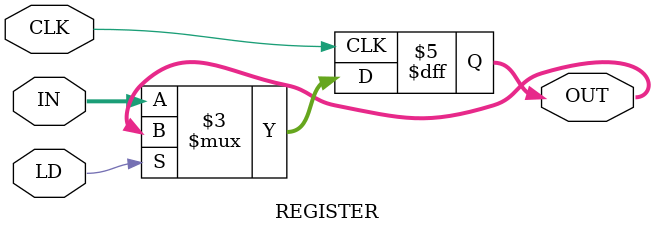
<source format=v>
module REGISTER(
		input CLK, 
		input LD,
		input 	  [3:0]	IN,
		output reg [3:0]	OUT
);

always @( posedge CLK ) begin
		if( LD == 1'b0 )
			OUT <= IN;			
end


endmodule

</source>
